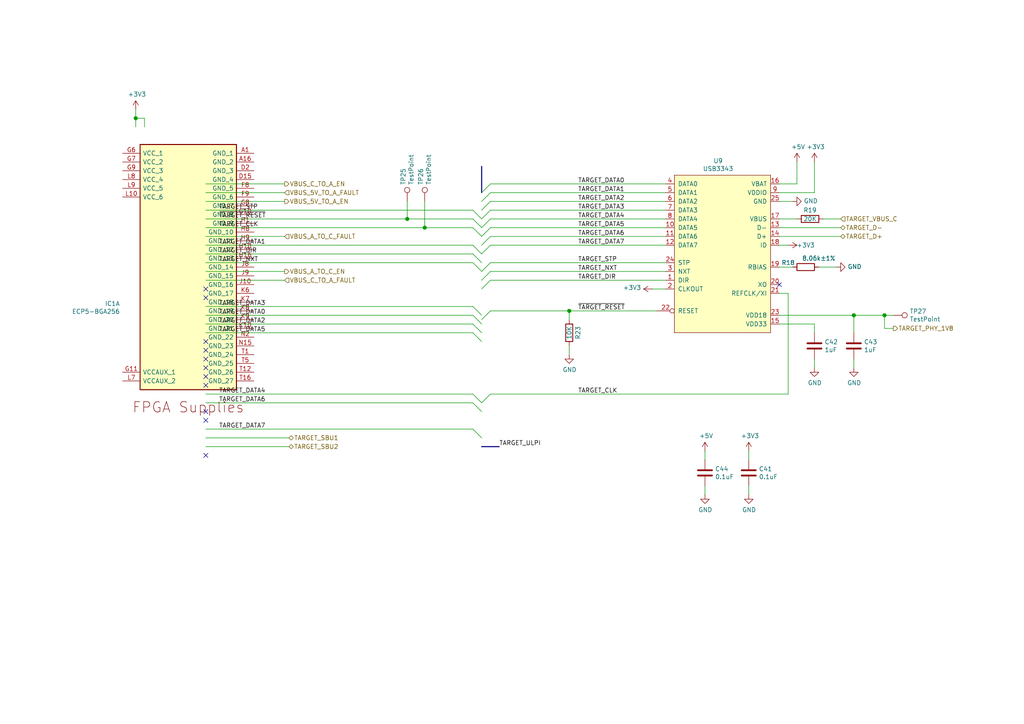
<source format=kicad_sch>
(kicad_sch (version 20210621) (generator eeschema)
  (paper "A4")
  (title_block (title "LUNA: Downstream / Target / Analysis Section") (date "2021-03-10") (rev "r0") (company "Copyright 2019-2021 Great Scott Gadgets") (comment 1 "Katherine J. Temkin") (comment 3 "Licensed under the CERN-OHL-P v2"))
  (lib_symbols
    (symbol "Connector:TestPoint" (pin_numbers hide) (pin_names (offset 0.762) hide)
      (property "Reference" "TP" (at 0 6.858 0))
      (property "Value" "TestPoint" (at 0 5.08 0))
      (symbol "TestPoint_0_1"
        (circle (center 0 3.302) (radius 0.762))
      )
      (symbol "TestPoint_1_1"
        (pin passive line (at 0 0 90) (length 2.54) (name "1") (number "1"))
      )
    )
    (symbol "Device:C" (pin_numbers hide) (pin_names (offset 0.254))
      (property "Reference" "C" (at 0.635 2.54 0))
      (property "Value" "C" (at 0.635 -2.54 0))
      (symbol "C_0_1"
        (polyline (pts (xy -2.032 -0.762) (xy 2.032 -0.762)) (stroke (width 0.508)))
        (polyline (pts (xy -2.032 0.762) (xy 2.032 0.762)) (stroke (width 0.508)))
      )
      (symbol "C_1_1"
        (pin passive line (at 0 3.81 270) (length 2.794) (name "~") (number "1"))
        (pin passive line (at 0 -3.81 90) (length 2.794) (name "~") (number "2"))
      )
    )
    (symbol "Device:R" (pin_numbers hide) (pin_names (offset 0))
      (property "Reference" "R" (at 2.032 0 90))
      (property "Value" "R" (at 0 0 90))
      (symbol "R_0_1"
        (rectangle (start -1.016 -2.54) (end 1.016 2.54) (stroke (width 0.254)))
      )
      (symbol "R_1_1"
        (pin passive line (at 0 3.81 270) (length 1.27) (name "~") (number "1"))
        (pin passive line (at 0 -3.81 90) (length 1.27) (name "~") (number "2"))
      )
    )
    (symbol "fpgas_and_processors:ECP5-BGA256" (pin_names (offset 0.762))
      (property "Reference" "IC" (at -2.54 1.27 0))
      (property "Value" "ECP5-BGA256" (at 10.16 1.27 0))
      (symbol "ECP5-BGA256_1_0"
        (rectangle (start 5.08 0) (end 33.02 -71.12) (stroke (width 0.3048)) (fill (type background)))
      )
      (symbol "ECP5-BGA256_1_1"
        (text "FPGA Supplies" (at 19.05 -76.2 0) (effects (font (size 2.9972 2.9972))))
        (pin power_in line (at 38.1 -2.54 180) (length 5.08) (name "GND_1") (number "A1"))
        (pin power_in line (at 38.1 -5.08 180) (length 5.08) (name "GND_2") (number "A16"))
        (pin power_in line (at 38.1 -10.16 180) (length 5.08) (name "GND_4") (number "D15"))
        (pin power_in line (at 38.1 -7.62 180) (length 5.08) (name "GND_3") (number "D2"))
        (pin power_in line (at 38.1 -12.7 180) (length 5.08) (name "GND_5") (number "F8"))
        (pin power_in line (at 38.1 -15.24 180) (length 5.08) (name "GND_6") (number "F9"))
        (pin power_in line (at 38.1 -20.32 180) (length 5.08) (name "GND_8") (number "G10"))
        (pin power_in line (at 0 -66.04 0) (length 5.08) (name "VCCAUX_1") (number "G11"))
        (pin power_in line (at 0 -2.54 0) (length 5.08) (name "VCC_1") (number "G6"))
        (pin power_in line (at 0 -5.08 0) (length 5.08) (name "VCC_2") (number "G7"))
        (pin power_in line (at 38.1 -17.78 180) (length 5.08) (name "GND_7") (number "G8"))
        (pin power_in line (at 0 -7.62 0) (length 5.08) (name "VCC_3") (number "G9"))
        (pin power_in line (at 38.1 -22.86 180) (length 5.08) (name "GND_9") (number "H1"))
        (pin power_in line (at 38.1 -30.48 180) (length 5.08) (name "GND_12") (number "H10"))
        (pin power_in line (at 38.1 -33.02 180) (length 5.08) (name "GND_13") (number "H16"))
        (pin power_in line (at 38.1 -25.4 180) (length 5.08) (name "GND_10") (number "H8"))
        (pin power_in line (at 38.1 -27.94 180) (length 5.08) (name "GND_11") (number "H9"))
        (pin power_in line (at 38.1 -40.64 180) (length 5.08) (name "GND_16") (number "J10"))
        (pin power_in line (at 38.1 -35.56 180) (length 5.08) (name "GND_14") (number "J8"))
        (pin power_in line (at 38.1 -38.1 180) (length 5.08) (name "GND_15") (number "J9"))
        (pin power_in line (at 38.1 -53.34 180) (length 5.08) (name "GND_21") (number "K10"))
        (pin power_in line (at 38.1 -43.18 180) (length 5.08) (name "GND_17") (number "K6"))
        (pin power_in line (at 38.1 -45.72 180) (length 5.08) (name "GND_18") (number "K7"))
        (pin power_in line (at 38.1 -48.26 180) (length 5.08) (name "GND_19") (number "K8"))
        (pin power_in line (at 38.1 -50.8 180) (length 5.08) (name "GND_20") (number "K9"))
        (pin power_in line (at 0 -15.24 0) (length 5.08) (name "VCC_6") (number "L10"))
        (pin power_in line (at 0 -68.58 0) (length 5.08) (name "VCCAUX_2") (number "L7"))
        (pin power_in line (at 0 -10.16 0) (length 5.08) (name "VCC_4") (number "L8"))
        (pin power_in line (at 0 -12.7 0) (length 5.08) (name "VCC_5") (number "L9"))
        (pin power_in line (at 38.1 -58.42 180) (length 5.08) (name "GND_23") (number "N15"))
        (pin power_in line (at 38.1 -55.88 180) (length 5.08) (name "GND_22") (number "N2"))
        (pin power_in line (at 38.1 -60.96 180) (length 5.08) (name "GND_24") (number "T1"))
        (pin power_in line (at 38.1 -66.04 180) (length 5.08) (name "GND_26") (number "T12"))
        (pin power_in line (at 38.1 -68.58 180) (length 5.08) (name "GND_27") (number "T16"))
        (pin power_in line (at 38.1 -63.5 180) (length 5.08) (name "GND_25") (number "T5"))
      )
      (symbol "ECP5-BGA256_2_1"
        (text "Bank 0" (at 10.16 -78.74 0) (effects (font (size 2.9972 2.9972))))
        (rectangle (start 0 0) (end 19.05 -74.93) (stroke (width 0.3048)) (fill (type background)))
        (pin bidirectional line (at 24.13 -11.43 180) (length 5.08) (name "PT4A") (number "A2"))
        (pin bidirectional line (at 24.13 -16.51 180) (length 5.08) (name "PT6A") (number "A3"))
        (pin bidirectional line (at 24.13 -19.05 180) (length 5.08) (name "PT6B") (number "A4"))
        (pin bidirectional line (at 24.13 -43.18 180) (length 5.08) (name "PT18A") (number "A5"))
        (pin bidirectional line (at 24.13 -45.72 180) (length 5.08) (name "PT18B") (number "A6"))
        (pin bidirectional line (at 24.13 -68.58 180) (length 5.08) (name "PT29A") (number "A7"))
        (pin bidirectional line (at 24.13 -71.12 180) (length 5.08) (name "PT29B") (number "A8"))
        (pin bidirectional line (at 24.13 -13.97 180) (length 5.08) (name "PT4B") (number "B3"))
        (pin bidirectional line (at 24.13 -29.21 180) (length 5.08) (name "PT11B") (number "B4"))
        (pin bidirectional line (at 24.13 -39.37 180) (length 5.08) (name "PT15B") (number "B5"))
        (pin bidirectional line (at 24.13 -55.88 180) (length 5.08) (name "PT22B") (number "B6"))
        (pin bidirectional line (at 24.13 -66.04 180) (length 5.08) (name "PT27B") (number "B7"))
        (pin bidirectional line (at 24.13 -26.67 180) (length 5.08) (name "PT11A") (number "C4"))
        (pin bidirectional line (at 24.13 -36.83 180) (length 5.08) (name "PT15A") (number "C5"))
        (pin bidirectional line (at 24.13 -53.34 180) (length 5.08) (name "PT22A") (number "C6"))
        (pin bidirectional line (at 24.13 -63.5 180) (length 5.08) (name "PT27A") (number "C7"))
        (pin bidirectional line (at 24.13 -24.13 180) (length 5.08) (name "PT9B") (number "D4"))
        (pin bidirectional line (at 24.13 -34.29 180) (length 5.08) (name "PT13B") (number "D5"))
        (pin bidirectional line (at 24.13 -50.8 180) (length 5.08) (name "PT20B") (number "D6"))
        (pin bidirectional line (at 24.13 -60.96 180) (length 5.08) (name "PT24B") (number "D7"))
        (pin bidirectional line (at 24.13 -21.59 180) (length 5.08) (name "PT9A") (number "E4"))
        (pin bidirectional line (at 24.13 -31.75 180) (length 5.08) (name "PT13A") (number "E5"))
        (pin bidirectional line (at 24.13 -48.26 180) (length 5.08) (name "PT20A") (number "E6"))
        (pin bidirectional line (at 24.13 -58.42 180) (length 5.08) (name "PT24A") (number "E7"))
        (pin power_in line (at 7.62 5.08 270) (length 5.08) (name "VCCIO0_1") (number "F6"))
        (pin power_in line (at 5.08 5.08 270) (length 5.08) (name "VCCIO0_2") (number "F7"))
      )
      (symbol "ECP5-BGA256_3_0"
        (rectangle (start 0 0) (end 21.59 -93.98) (stroke (width 0.3048)) (fill (type background)))
      )
      (symbol "ECP5-BGA256_3_1"
        (text "Bank 1" (at 8.89 -96.52 0) (effects (font (size 2.9972 2.9972))))
        (pin bidirectional line (at 26.67 -34.29 180) (length 5.08) (name "PT42B") (number "A10"))
        (pin bidirectional line (at 26.67 -57.15 180) (length 5.08) (name "PT53A") (number "A11"))
        (pin bidirectional line (at 26.67 -59.69 180) (length 5.08) (name "PT53B") (number "A12"))
        (pin bidirectional line (at 26.67 -82.55 180) (length 5.08) (name "PT65A") (number "A13"))
        (pin bidirectional line (at 26.67 -85.09 180) (length 5.08) (name "PT65B") (number "A14"))
        (pin bidirectional line (at 26.67 -90.17 180) (length 5.08) (name "PT67B") (number "A15"))
        (pin bidirectional line (at 26.67 -31.75 180) (length 5.08) (name "PT42A") (number "A9"))
        (pin bidirectional line (at 26.67 -36.83 180) (length 5.08) (name "PT44A") (number "B10"))
        (pin bidirectional line (at 26.67 -46.99 180) (length 5.08) (name "PT49A") (number "B11"))
        (pin bidirectional line (at 26.67 -62.23 180) (length 5.08) (name "PT56A") (number "B12"))
        (pin bidirectional line (at 26.67 -72.39 180) (length 5.08) (name "PT60A") (number "B13"))
        (pin bidirectional line (at 26.67 -87.63 180) (length 5.08) (name "PT67A") (number "B14"))
        (pin bidirectional line (at 26.67 -19.05 180) (length 5.08) (name "PT35B") (number "B8"))
        (pin bidirectional line (at 26.67 -21.59 180) (length 5.08) (name "PT38A") (number "B9"))
        (pin bidirectional line (at 26.67 -39.37 180) (length 5.08) (name "PT44B") (number "C10"))
        (pin bidirectional line (at 26.67 -49.53 180) (length 5.08) (name "PT49B") (number "C11"))
        (pin bidirectional line (at 26.67 -64.77 180) (length 5.08) (name "PT56B") (number "C12"))
        (pin bidirectional line (at 26.67 -74.93 180) (length 5.08) (name "PT60B") (number "C13"))
        (pin bidirectional line (at 26.67 -16.51 180) (length 5.08) (name "PT35A") (number "C8"))
        (pin bidirectional line (at 26.67 -24.13 180) (length 5.08) (name "PT38B") (number "C9"))
        (pin bidirectional line (at 26.67 -41.91 180) (length 5.08) (name "PT47A") (number "D10"))
        (pin bidirectional line (at 26.67 -52.07 180) (length 5.08) (name "PT51A") (number "D11"))
        (pin bidirectional line (at 26.67 -67.31 180) (length 5.08) (name "PT58A") (number "D12"))
        (pin bidirectional line (at 26.67 -77.47 180) (length 5.08) (name "PT62A") (number "D13"))
        (pin bidirectional line (at 26.67 -13.97 180) (length 5.08) (name "PT33B") (number "D8"))
        (pin bidirectional line (at 26.67 -26.67 180) (length 5.08) (name "PT40A") (number "D9"))
        (pin bidirectional line (at 26.67 -44.45 180) (length 5.08) (name "PT47B") (number "E10"))
        (pin bidirectional line (at 26.67 -54.61 180) (length 5.08) (name "PT51B") (number "E11"))
        (pin bidirectional line (at 26.67 -69.85 180) (length 5.08) (name "PT58B") (number "E12"))
        (pin bidirectional line (at 26.67 -80.01 180) (length 5.08) (name "PT62B") (number "E13"))
        (pin bidirectional line (at 26.67 -11.43 180) (length 5.08) (name "PT33A") (number "E8"))
        (pin bidirectional line (at 26.67 -29.21 180) (length 5.08) (name "PT40B") (number "E9"))
        (pin power_in line (at 6.35 5.08 270) (length 5.08) (name "VCCIO1_1") (number "F10"))
        (pin power_in line (at 3.81 5.08 270) (length 5.08) (name "VCCIO1_2") (number "F11"))
      )
      (symbol "ECP5-BGA256_4_1"
        (text "Bank 2" (at 10.16 -97.79 0) (effects (font (size 2.9972 2.9972))))
        (rectangle (start 0 0) (end 19.05 -93.98) (stroke (width 0.3048)) (fill (type background)))
        (pin bidirectional line (at 24.13 -13.97 180) (length 5.08) (name "PR2B") (number "B15"))
        (pin bidirectional line (at 24.13 -11.43 180) (length 5.08) (name "PR2A") (number "B16"))
        (pin bidirectional line (at 24.13 -16.51 180) (length 5.08) (name "PR2C") (number "C14"))
        (pin bidirectional line (at 24.13 -24.13 180) (length 5.08) (name "PR5B") (number "C15"))
        (pin bidirectional line (at 24.13 -21.59 180) (length 5.08) (name "PR5A") (number "C16"))
        (pin bidirectional line (at 24.13 -19.05 180) (length 5.08) (name "PR2D") (number "D14"))
        (pin bidirectional line (at 24.13 -31.75 180) (length 5.08) (name "PR8A") (number "D16"))
        (pin bidirectional line (at 24.13 -26.67 180) (length 5.08) (name "PR5C") (number "E14"))
        (pin bidirectional line (at 24.13 -34.29 180) (length 5.08) (name "PR8B") (number "E15"))
        (pin bidirectional line (at 24.13 -49.53 180) (length 5.08) (name "PR11D") (number "E16"))
        (pin bidirectional line (at 24.13 -39.37 180) (length 5.08) (name "PR8D") (number "F12"))
        (pin bidirectional line (at 24.13 -36.83 180) (length 5.08) (name "PR8C") (number "F13"))
        (pin bidirectional line (at 24.13 -29.21 180) (length 5.08) (name "PR5D") (number "F14"))
        (pin bidirectional line (at 24.13 -46.99 180) (length 5.08) (name "PR11C") (number "F15"))
        (pin bidirectional line (at 24.13 -52.07 180) (length 5.08) (name "PR14A") (number "F16"))
        (pin bidirectional line (at 24.13 -41.91 180) (length 5.08) (name "PR11A") (number "G12"))
        (pin bidirectional line (at 24.13 -44.45 180) (length 5.08) (name "PR11B") (number "G13"))
        (pin bidirectional line (at 24.13 -57.15 180) (length 5.08) (name "PR14C") (number "G14"))
        (pin bidirectional line (at 24.13 -54.61 180) (length 5.08) (name "PR14B") (number "G15"))
        (pin bidirectional line (at 24.13 -72.39 180) (length 5.08) (name "PR20A") (number "G16"))
        (pin power_in line (at 3.81 5.08 270) (length 5.08) (name "VCCIO2_1") (number "H11"))
        (pin bidirectional line (at 24.13 -62.23 180) (length 5.08) (name "PR17A") (number "H12"))
        (pin bidirectional line (at 24.13 -64.77 180) (length 5.08) (name "PR17B") (number "H13"))
        (pin bidirectional line (at 24.13 -59.69 180) (length 5.08) (name "PR14D") (number "H14"))
        (pin bidirectional line (at 24.13 -74.93 180) (length 5.08) (name "PR20B") (number "H15"))
        (pin power_in line (at 6.35 5.08 270) (length 5.08) (name "VCCIO2_2") (number "J11"))
        (pin bidirectional line (at 24.13 -69.85 180) (length 5.08) (name "PR17D") (number "J12"))
        (pin bidirectional line (at 24.13 -67.31 180) (length 5.08) (name "PR17C") (number "J13"))
        (pin bidirectional line (at 24.13 -77.47 180) (length 5.08) (name "PR20C") (number "J14"))
        (pin bidirectional line (at 24.13 -85.09 180) (length 5.08) (name "PR23B") (number "J15"))
        (pin bidirectional line (at 24.13 -82.55 180) (length 5.08) (name "PR23A") (number "J16"))
        (pin bidirectional line (at 24.13 -80.01 180) (length 5.08) (name "PR20D") (number "K14"))
        (pin bidirectional line (at 24.13 -90.17 180) (length 5.08) (name "PR23D") (number "K15"))
        (pin bidirectional line (at 24.13 -87.63 180) (length 5.08) (name "PR23C") (number "K16"))
      )
      (symbol "ECP5-BGA256_5_0"
        (rectangle (start 0 0) (end 20.32 -91.44) (stroke (width 0.3048)) (fill (type background)))
      )
      (symbol "ECP5-BGA256_5_1"
        (text "Bank 3" (at 15.24 -96.52 0) (effects (font (size 2.9972 2.9972))))
        (pin power_in line (at 3.81 5.08 270) (length 5.08) (name "VCCIO3_1") (number "K11"))
        (pin bidirectional line (at 25.4 -22.86 180) (length 5.08) (name "PR29B") (number "K12"))
        (pin bidirectional line (at 25.4 -20.32 180) (length 5.08) (name "PR29A") (number "K13"))
        (pin power_in line (at 6.35 5.08 270) (length 5.08) (name "VCCIO3_2") (number "L11"))
        (pin bidirectional line (at 25.4 -27.94 180) (length 5.08) (name "PR29D") (number "L12"))
        (pin bidirectional line (at 25.4 -25.4 180) (length 5.08) (name "PR29C") (number "L13"))
        (pin bidirectional line (at 25.4 -35.56 180) (length 5.08) (name "PR32C") (number "L14"))
        (pin bidirectional line (at 25.4 -12.7 180) (length 5.08) (name "PR26B") (number "L15"))
        (pin bidirectional line (at 25.4 -10.16 180) (length 5.08) (name "PR26A") (number "L16"))
        (pin bidirectional line (at 25.4 -81.28 180) (length 5.08) (name "PR47A") (number "M11"))
        (pin bidirectional line (at 25.4 -76.2 180) (length 5.08) (name "PR44C") (number "M12"))
        (pin bidirectional line (at 25.4 -45.72 180) (length 5.08) (name "PR35C") (number "M13"))
        (pin bidirectional line (at 25.4 -38.1 180) (length 5.08) (name "PR32D") (number "M14"))
        (pin bidirectional line (at 25.4 -17.78 180) (length 5.08) (name "PR26D") (number "M15"))
        (pin bidirectional line (at 25.4 -15.24 180) (length 5.08) (name "PR26C") (number "M16"))
        (pin bidirectional line (at 25.4 -83.82 180) (length 5.08) (name "PR47B") (number "N11"))
        (pin bidirectional line (at 25.4 -78.74 180) (length 5.08) (name "PR44D") (number "N12"))
        (pin bidirectional line (at 25.4 -50.8 180) (length 5.08) (name "PR38A") (number "N13"))
        (pin bidirectional line (at 25.4 -48.26 180) (length 5.08) (name "PR35D") (number "N14"))
        (pin bidirectional line (at 25.4 -30.48 180) (length 5.08) (name "PR32A") (number "N16"))
        (pin bidirectional line (at 25.4 -86.36 180) (length 5.08) (name "PR47C") (number "P11"))
        (pin bidirectional line (at 25.4 -88.9 180) (length 5.08) (name "PR47D") (number "P12"))
        (pin bidirectional line (at 25.4 -60.96 180) (length 5.08) (name "PR41A") (number "P13"))
        (pin bidirectional line (at 25.4 -53.34 180) (length 5.08) (name "PR38B") (number "P14"))
        (pin bidirectional line (at 25.4 -33.02 180) (length 5.08) (name "PR32B") (number "P15"))
        (pin bidirectional line (at 25.4 -40.64 180) (length 5.08) (name "PR35A") (number "P16"))
        (pin bidirectional line (at 25.4 -71.12 180) (length 5.08) (name "PR44A") (number "R12"))
        (pin bidirectional line (at 25.4 -66.04 180) (length 5.08) (name "PR41C") (number "R13"))
        (pin bidirectional line (at 25.4 -63.5 180) (length 5.08) (name "PR41B") (number "R14"))
        (pin bidirectional line (at 25.4 -55.88 180) (length 5.08) (name "PR38C") (number "R15"))
        (pin bidirectional line (at 25.4 -43.18 180) (length 5.08) (name "PR35B") (number "R16"))
        (pin bidirectional line (at 25.4 -73.66 180) (length 5.08) (name "PR44B") (number "T13"))
        (pin bidirectional line (at 25.4 -68.58 180) (length 5.08) (name "PR41D") (number "T14"))
        (pin bidirectional line (at 25.4 -58.42 180) (length 5.08) (name "PR38D") (number "T15"))
      )
      (symbol "ECP5-BGA256_6_1"
        (text "Bank 6" (at 11.43 -110.49 0) (effects (font (size 2.9972 2.9972))))
        (rectangle (start 0 0) (end 19.05 -106.68) (stroke (width 0.3048)) (fill (type background)))
        (pin power_in line (at 3.81 5.08 270) (length 5.08) (name "VCCIO6_1") (number "J6"))
        (pin power_in line (at 6.35 5.08 270) (length 5.08) (name "VCCIO6_2") (number "J7"))
        (pin bidirectional line (at 24.13 -25.4 180) (length 5.08) (name "PL29A") (number "K4"))
        (pin bidirectional line (at 24.13 -27.94 180) (length 5.08) (name "PL29B") (number "K5"))
        (pin bidirectional line (at 24.13 -13.97 180) (length 5.08) (name "PL26A") (number "L1"))
        (pin bidirectional line (at 24.13 -16.51 180) (length 5.08) (name "PL26B") (number "L2"))
        (pin bidirectional line (at 24.13 -41.91 180) (length 5.08) (name "PL32C") (number "L3"))
        (pin bidirectional line (at 24.13 -30.48 180) (length 5.08) (name "PL29C") (number "L4"))
        (pin bidirectional line (at 24.13 -33.02 180) (length 5.08) (name "PL29D") (number "L5"))
        (pin bidirectional line (at 24.13 -19.05 180) (length 5.08) (name "PL26C") (number "M1"))
        (pin bidirectional line (at 24.13 -21.59 180) (length 5.08) (name "PL26D") (number "M2"))
        (pin bidirectional line (at 24.13 -44.45 180) (length 5.08) (name "PL32D") (number "M3"))
        (pin bidirectional line (at 24.13 -53.34 180) (length 5.08) (name "PL35C") (number "M4"))
        (pin bidirectional line (at 24.13 -78.74 180) (length 5.08) (name "PL44C") (number "M5"))
        (pin bidirectional line (at 24.13 -96.52 180) (length 5.08) (name "PL47A") (number "M6"))
        (pin bidirectional line (at 24.13 -36.83 180) (length 5.08) (name "PL32A") (number "N1"))
        (pin bidirectional line (at 24.13 -55.88 180) (length 5.08) (name "PL35D") (number "N3"))
        (pin bidirectional line (at 24.13 -60.96 180) (length 5.08) (name "PL38A") (number "N4"))
        (pin bidirectional line (at 24.13 -81.28 180) (length 5.08) (name "PL44D") (number "N5"))
        (pin bidirectional line (at 24.13 -99.06 180) (length 5.08) (name "PL47B") (number "N6"))
        (pin bidirectional line (at 24.13 -48.26 180) (length 5.08) (name "PL35A") (number "P1"))
        (pin bidirectional line (at 24.13 -39.37 180) (length 5.08) (name "PL32B") (number "P2"))
        (pin bidirectional line (at 24.13 -63.5 180) (length 5.08) (name "PL38B") (number "P3"))
        (pin bidirectional line (at 24.13 -85.09 180) (length 5.08) (name "PL41A") (number "P4"))
        (pin bidirectional line (at 24.13 -101.6 180) (length 5.08) (name "PL47D") (number "P5"))
        (pin bidirectional line (at 24.13 -104.14 180) (length 5.08) (name "PL47C") (number "P6"))
        (pin bidirectional line (at 24.13 -50.8 180) (length 5.08) (name "PL35B") (number "R1"))
        (pin bidirectional line (at 24.13 -66.04 180) (length 5.08) (name "PL38C") (number "R2"))
        (pin bidirectional line (at 24.13 -87.63 180) (length 5.08) (name "PL41B") (number "R3"))
        (pin bidirectional line (at 24.13 -90.17 180) (length 5.08) (name "PL41C") (number "R4"))
        (pin bidirectional line (at 24.13 -73.66 180) (length 5.08) (name "PL44A") (number "R5"))
        (pin bidirectional line (at 24.13 -68.58 180) (length 5.08) (name "PL38D") (number "T2"))
        (pin bidirectional line (at 24.13 -92.71 180) (length 5.08) (name "PL41D") (number "T3"))
        (pin bidirectional line (at 24.13 -76.2 180) (length 5.08) (name "PL44B") (number "T4"))
      )
      (symbol "ECP5-BGA256_7_1"
        (text "Bank 7" (at 12.7 -113.03 0) (effects (font (size 2.9972 2.9972))))
        (rectangle (start 0 0) (end 20.32 -109.22) (stroke (width 0.3048)) (fill (type background)))
        (pin bidirectional line (at 25.4 -10.16 180) (length 5.08) (name "PL2A") (number "B1"))
        (pin bidirectional line (at 25.4 -12.7 180) (length 5.08) (name "PL2B") (number "B2"))
        (pin bidirectional line (at 25.4 -22.86 180) (length 5.08) (name "PL5A") (number "C1"))
        (pin bidirectional line (at 25.4 -25.4 180) (length 5.08) (name "PL5B") (number "C2"))
        (pin bidirectional line (at 25.4 -15.24 180) (length 5.08) (name "PL2C") (number "C3"))
        (pin bidirectional line (at 25.4 -35.56 180) (length 5.08) (name "PL8A") (number "D1"))
        (pin bidirectional line (at 25.4 -17.78 180) (length 5.08) (name "PL2D") (number "D3"))
        (pin bidirectional line (at 25.4 -54.61 180) (length 5.08) (name "PL11D") (number "E1"))
        (pin bidirectional line (at 25.4 -38.1 180) (length 5.08) (name "PL8B") (number "E2"))
        (pin bidirectional line (at 25.4 -27.94 180) (length 5.08) (name "PL5C") (number "E3"))
        (pin bidirectional line (at 25.4 -59.69 180) (length 5.08) (name "PL14A") (number "F1"))
        (pin bidirectional line (at 25.4 -52.07 180) (length 5.08) (name "PL11C") (number "F2"))
        (pin bidirectional line (at 25.4 -30.48 180) (length 5.08) (name "PL5D") (number "F3"))
        (pin bidirectional line (at 25.4 -40.64 180) (length 5.08) (name "PL8C") (number "F4"))
        (pin bidirectional line (at 25.4 -43.18 180) (length 5.08) (name "PL8D") (number "F5"))
        (pin bidirectional line (at 25.4 -82.55 180) (length 5.08) (name "PL20A") (number "G1"))
        (pin bidirectional line (at 25.4 -62.23 180) (length 5.08) (name "PL14B") (number "G2"))
        (pin bidirectional line (at 25.4 -64.77 180) (length 5.08) (name "PL14C") (number "G3"))
        (pin bidirectional line (at 25.4 -49.53 180) (length 5.08) (name "PL11B") (number "G4"))
        (pin bidirectional line (at 25.4 -46.99 180) (length 5.08) (name "PL11A") (number "G5"))
        (pin bidirectional line (at 25.4 -85.09 180) (length 5.08) (name "PL20B") (number "H2"))
        (pin bidirectional line (at 25.4 -67.31 180) (length 5.08) (name "PL14D") (number "H3"))
        (pin bidirectional line (at 25.4 -73.66 180) (length 5.08) (name "PL17B") (number "H4"))
        (pin bidirectional line (at 25.4 -71.12 180) (length 5.08) (name "PL17A") (number "H5"))
        (pin power_in line (at 7.62 5.08 270) (length 5.08) (name "VCCIO7_1") (number "H6"))
        (pin power_in line (at 5.08 5.08 270) (length 5.08) (name "VCCIO7_2") (number "H7"))
        (pin bidirectional line (at 25.4 -95.25 180) (length 5.08) (name "PL23A") (number "J1"))
        (pin bidirectional line (at 25.4 -97.79 180) (length 5.08) (name "PL23B") (number "J2"))
        (pin bidirectional line (at 25.4 -87.63 180) (length 5.08) (name "PL20C") (number "J3"))
        (pin bidirectional line (at 25.4 -76.2 180) (length 5.08) (name "PL17C") (number "J4"))
        (pin bidirectional line (at 25.4 -78.74 180) (length 5.08) (name "PL17D") (number "J5"))
        (pin bidirectional line (at 25.4 -100.33 180) (length 5.08) (name "PL23C") (number "K1"))
        (pin bidirectional line (at 25.4 -102.87 180) (length 5.08) (name "PL23D") (number "K2"))
        (pin bidirectional line (at 25.4 -90.17 180) (length 5.08) (name "PL20D") (number "K3"))
      )
      (symbol "ECP5-BGA256_8_0"
        (text "(Config)" (at 13.97 -97.79 0) (effects (font (size 2.9972 2.9972))))
        (text "Bank 8" (at 13.97 -92.71 0) (effects (font (size 2.9972 2.9972))))
      )
      (symbol "ECP5-BGA256_8_1"
        (rectangle (start 0 0) (end 21.59 -88.9) (stroke (width 0.3048)) (fill (type background)))
        (pin power_in line (at 5.08 5.08 270) (length 5.08) (name "VCCIO8") (number "L6"))
        (pin output line (at 26.67 -57.15 180) (length 5.08) (name "TDO") (number "M10"))
        (pin bidirectional line (at 26.67 -24.13 180) (length 5.08) (name "D2/PB9B") (number "M7"))
        (pin bidirectional line (at 26.67 -39.37 180) (length 5.08) (name "DOUT/CSON/PB15B") (number "M8"))
        (pin bidirectional line (at 26.67 -41.91 180) (length 5.08) (name "WRITEEN/PB18A") (number "M9"))
        (pin input line (at 26.67 -68.58 180) (length 5.08) (name "CFG_0") (number "N10"))
        (pin bidirectional line (at 26.67 -21.59 180) (length 5.08) (name "D3/PB9A") (number "N7"))
        (pin bidirectional line (at 26.67 -36.83 180) (length 5.08) (name "HOLDN/DI/PB15A") (number "N8"))
        (pin bidirectional line (at 26.67 -63.5 180) (length 5.08) (name "MCLK/SCLK/CCLK") (number "N9"))
        (pin input line (at 26.67 -71.12 180) (length 5.08) (name "CFG_1") (number "P10"))
        (pin bidirectional line (at 26.67 -19.05 180) (length 5.08) (name "D4/COPI2/PB6B") (number "P7"))
        (pin bidirectional line (at 26.67 -34.29 180) (length 5.08) (name "CS1N/PB13B") (number "P8"))
        (pin bidirectional line (at 26.67 -80.01 180) (length 5.08) (name "DONE") (number "P9"))
        (pin input line (at 26.67 -73.66 180) (length 5.08) (name "CFG_2") (number "R10"))
        (pin input line (at 26.67 -54.61 180) (length 5.08) (name "TDI") (number "R11"))
        (pin bidirectional line (at 26.67 -13.97 180) (length 5.08) (name "D6/PB4B") (number "R6"))
        (pin bidirectional line (at 26.67 -16.51 180) (length 5.08) (name "D5/CIPO2/PB6A") (number "R7"))
        (pin bidirectional line (at 26.67 -31.75 180) (length 5.08) (name "SN/CSN/PB13A") (number "R8"))
        (pin bidirectional line (at 26.67 -85.09 180) (length 5.08) (name "PROGRAMN") (number "R9"))
        (pin input line (at 26.67 -52.07 180) (length 5.08) (name "TCK") (number "T10"))
        (pin input line (at 26.67 -49.53 180) (length 5.08) (name "TMS") (number "T11"))
        (pin bidirectional line (at 26.67 -11.43 180) (length 5.08) (name "D7/PB4A") (number "T6"))
        (pin bidirectional line (at 26.67 -26.67 180) (length 5.08) (name "D1/COPI/PB11A") (number "T7"))
        (pin bidirectional line (at 26.67 -29.21 180) (length 5.08) (name "D0/COPI/PB11B") (number "T8"))
        (pin bidirectional line (at 26.67 -82.55 180) (length 5.08) (name "INITN") (number "T9"))
      )
    )
    (symbol "power:+3V3" (power) (pin_names (offset 0))
      (property "Value" "+3V3" (at 0 3.556 0))
      (symbol "+3V3_0_1"
        (polyline (pts (xy -0.762 1.27) (xy 0 2.54)))
        (polyline (pts (xy 0 0) (xy 0 2.54)))
        (polyline (pts (xy 0 2.54) (xy 0.762 1.27)))
      )
      (symbol "+3V3_1_1"
        (pin power_in line (at 0 0 90) (length 0) hide (name "+3V3") (number "1"))
      )
    )
    (symbol "power:+5V" (power) (pin_names (offset 0))
      (property "Value" "+5V" (at 0 3.556 0))
      (symbol "+5V_0_1"
        (polyline (pts (xy -0.762 1.27) (xy 0 2.54)))
        (polyline (pts (xy 0 0) (xy 0 2.54)))
        (polyline (pts (xy 0 2.54) (xy 0.762 1.27)))
      )
      (symbol "+5V_1_1"
        (pin power_in line (at 0 0 90) (length 0) hide (name "+5V") (number "1"))
      )
    )
    (symbol "power:GND" (power) (pin_names (offset 0))
      (property "Value" "GND" (at 0 -3.81 0))
      (symbol "GND_0_1"
        (polyline (pts (xy 0 0) (xy 0 -1.27) (xy 1.27 -1.27) (xy 0 -2.54) (xy -1.27 -1.27) (xy 0 -1.27)))
      )
      (symbol "GND_1_1"
        (pin power_in line (at 0 0 270) (length 0) hide (name "GND") (number "1"))
      )
    )
    (symbol "usb:USB3343" (pin_names (offset 1.016))
      (property "Reference" "U" (at 3.81 -46.99 0))
      (property "Value" "USB3343" (at 25.4 -46.99 0))
      (symbol "USB3343_0_1"
        (rectangle (start 2.54 0) (end 30.48 -45.72) (fill (type background)))
      )
      (symbol "USB3343_1_1"
        (pin output line (at 0 -30.48 0) (length 2.54) (name "DIR") (number "1"))
        (pin bidirectional line (at 0 -15.24 0) (length 2.54) (name "DATA5") (number "10"))
        (pin bidirectional line (at 0 -17.78 0) (length 2.54) (name "DATA6") (number "11"))
        (pin bidirectional line (at 0 -20.32 0) (length 2.54) (name "DATA7") (number "12"))
        (pin bidirectional line (at 33.02 -15.24 180) (length 2.54) (name "D-") (number "13"))
        (pin bidirectional line (at 33.02 -17.78 180) (length 2.54) (name "D+") (number "14"))
        (pin power_out line (at 33.02 -43.18 180) (length 2.54) (name "VDD33") (number "15"))
        (pin power_in line (at 33.02 -2.54 180) (length 2.54) (name "VBAT") (number "16"))
        (pin bidirectional line (at 33.02 -12.7 180) (length 2.54) (name "VBUS") (number "17"))
        (pin input line (at 33.02 -20.32 180) (length 2.54) (name "ID") (number "18"))
        (pin input line (at 33.02 -26.67 180) (length 2.54) (name "RBIAS") (number "19"))
        (pin passive line (at 0 -33.02 0) (length 2.54) (name "CLKOUT") (number "2"))
        (pin output line (at 33.02 -31.75 180) (length 2.54) (name "XO") (number "20"))
        (pin input line (at 33.02 -34.29 180) (length 2.54) (name "REFCLK/XI") (number "21"))
        (pin input inverted (at -2.54 -39.37 0) (length 5.08) (name "RESET") (number "22"))
        (pin power_out line (at 33.02 -40.64 180) (length 2.54) (name "VDD18") (number "23"))
        (pin input line (at 0 -25.4 0) (length 2.54) (name "STP") (number "24"))
        (pin power_in line (at 33.02 -7.62 180) (length 2.54) (name "GND") (number "25"))
        (pin output line (at 0 -27.94 0) (length 2.54) (name "NXT") (number "3"))
        (pin bidirectional line (at 0 -2.54 0) (length 2.54) (name "DATA0") (number "4"))
        (pin bidirectional line (at 0 -5.08 0) (length 2.54) (name "DATA1") (number "5"))
        (pin bidirectional line (at 0 -7.62 0) (length 2.54) (name "DATA2") (number "6"))
        (pin bidirectional line (at 0 -10.16 0) (length 2.54) (name "DATA3") (number "7"))
        (pin bidirectional line (at 0 -12.7 0) (length 2.54) (name "DATA4") (number "8"))
        (pin power_in line (at 33.02 -5.08 180) (length 2.54) (name "VDDIO") (number "9"))
      )
    )
  )
  (junction (at 39.37 34.29) (diameter 1.016))
  (junction (at 118.11 63.5) (diameter 1.016))
  (junction (at 123.19 66.04) (diameter 1.016))
  (junction (at 165.1 90.17) (diameter 1.016))
  (junction (at 247.65 91.44) (diameter 1.016))
  (junction (at 256.54 91.44) (diameter 1.016))
  (no_connect (at 59.69 83.82))
  (no_connect (at 59.69 86.36))
  (no_connect (at 59.69 99.06))
  (no_connect (at 59.69 101.6))
  (no_connect (at 59.69 104.14))
  (no_connect (at 59.69 106.68))
  (no_connect (at 59.69 109.22))
  (no_connect (at 59.69 111.76))
  (no_connect (at 59.69 119.38))
  (no_connect (at 59.69 121.92))
  (no_connect (at 59.69 132.08))
  (no_connect (at 226.06 82.55))
  (bus_entry (at 137.16 60.96) (size 2.54 2.54))
  (bus_entry (at 137.16 63.5) (size 2.54 2.54))
  (bus_entry (at 137.16 66.04) (size 2.54 2.54))
  (bus_entry (at 137.16 73.66) (size 2.54 2.54))
  (bus_entry (at 137.16 76.2) (size 2.54 2.54))
  (bus_entry (at 137.16 88.9) (size 2.54 2.54))
  (bus_entry (at 137.16 91.44) (size 2.54 2.54))
  (bus_entry (at 137.16 93.98) (size 2.54 2.54))
  (bus_entry (at 137.16 96.52) (size 2.54 2.54))
  (bus_entry (at 137.16 114.3) (size 2.54 2.54))
  (bus_entry (at 137.16 116.84) (size 2.54 2.54))
  (bus_entry (at 137.16 124.46) (size 2.54 2.54))
  (bus_entry (at 139.7 55.88) (size 2.54 -2.54))
  (bus_entry (at 139.7 58.42) (size 2.54 -2.54))
  (bus_entry (at 139.7 60.96) (size 2.54 -2.54))
  (bus_entry (at 139.7 63.5) (size 2.54 -2.54))
  (bus_entry (at 139.7 66.04) (size 2.54 -2.54))
  (bus_entry (at 139.7 68.58) (size 2.54 -2.54))
  (bus_entry (at 139.7 71.12) (size 2.54 -2.54))
  (bus_entry (at 139.7 73.66) (size -2.54 -2.54))
  (bus_entry (at 139.7 73.66) (size 2.54 -2.54))
  (bus_entry (at 139.7 78.74) (size 2.54 -2.54))
  (bus_entry (at 139.7 81.28) (size 2.54 -2.54))
  (bus_entry (at 139.7 83.82) (size 2.54 -2.54))
  (bus_entry (at 139.7 92.71) (size 2.54 -2.54))
  (bus_entry (at 139.7 116.84) (size 2.54 -2.54))
  (wire (pts (xy 39.37 34.29) (xy 39.37 31.75)))
  (wire (pts (xy 39.37 34.29) (xy 41.91 34.29)))
  (wire (pts (xy 39.37 36.83) (xy 39.37 34.29)))
  (wire (pts (xy 41.91 34.29) (xy 41.91 36.83)))
  (wire (pts (xy 59.69 53.34) (xy 82.55 53.34)))
  (wire (pts (xy 59.69 55.88) (xy 82.55 55.88)))
  (wire (pts (xy 59.69 63.5) (xy 118.11 63.5)))
  (wire (pts (xy 59.69 66.04) (xy 123.19 66.04)))
  (wire (pts (xy 59.69 71.12) (xy 137.16 71.12)))
  (wire (pts (xy 59.69 73.66) (xy 137.16 73.66)))
  (wire (pts (xy 59.69 76.2) (xy 137.16 76.2)))
  (wire (pts (xy 59.69 78.74) (xy 82.55 78.74)))
  (wire (pts (xy 59.69 88.9) (xy 137.16 88.9)))
  (wire (pts (xy 59.69 91.44) (xy 137.16 91.44)))
  (wire (pts (xy 59.69 93.98) (xy 137.16 93.98)))
  (wire (pts (xy 59.69 96.52) (xy 137.16 96.52)))
  (wire (pts (xy 59.69 114.3) (xy 137.16 114.3)))
  (wire (pts (xy 59.69 124.46) (xy 137.16 124.46)))
  (wire (pts (xy 82.55 58.42) (xy 59.69 58.42)))
  (wire (pts (xy 82.55 68.58) (xy 59.69 68.58)))
  (wire (pts (xy 82.55 81.28) (xy 59.69 81.28)))
  (wire (pts (xy 83.82 127) (xy 59.69 127)))
  (wire (pts (xy 83.82 129.54) (xy 59.69 129.54)))
  (wire (pts (xy 118.11 58.42) (xy 118.11 63.5)))
  (wire (pts (xy 118.11 63.5) (xy 137.16 63.5)))
  (wire (pts (xy 123.19 58.42) (xy 123.19 66.04)))
  (wire (pts (xy 123.19 66.04) (xy 137.16 66.04)))
  (wire (pts (xy 137.16 60.96) (xy 59.69 60.96)))
  (wire (pts (xy 137.16 116.84) (xy 59.69 116.84)))
  (wire (pts (xy 142.24 55.88) (xy 193.04 55.88)))
  (wire (pts (xy 142.24 90.17) (xy 165.1 90.17)))
  (wire (pts (xy 142.24 114.3) (xy 228.6 114.3)))
  (wire (pts (xy 165.1 90.17) (xy 165.1 92.71)))
  (wire (pts (xy 165.1 90.17) (xy 190.5 90.17)))
  (wire (pts (xy 165.1 100.33) (xy 165.1 102.87)))
  (wire (pts (xy 193.04 53.34) (xy 142.24 53.34)))
  (wire (pts (xy 193.04 58.42) (xy 142.24 58.42)))
  (wire (pts (xy 193.04 60.96) (xy 142.24 60.96)))
  (wire (pts (xy 193.04 63.5) (xy 142.24 63.5)))
  (wire (pts (xy 193.04 66.04) (xy 142.24 66.04)))
  (wire (pts (xy 193.04 68.58) (xy 142.24 68.58)))
  (wire (pts (xy 193.04 71.12) (xy 142.24 71.12)))
  (wire (pts (xy 193.04 76.2) (xy 142.24 76.2)))
  (wire (pts (xy 193.04 78.74) (xy 142.24 78.74)))
  (wire (pts (xy 193.04 81.28) (xy 142.24 81.28)))
  (wire (pts (xy 193.04 83.82) (xy 189.23 83.82)))
  (wire (pts (xy 204.47 130.81) (xy 204.47 133.35)))
  (wire (pts (xy 204.47 140.97) (xy 204.47 143.51)))
  (wire (pts (xy 217.17 130.81) (xy 217.17 133.35)))
  (wire (pts (xy 217.17 140.97) (xy 217.17 143.51)))
  (wire (pts (xy 226.06 53.34) (xy 231.14 53.34)))
  (wire (pts (xy 226.06 58.42) (xy 229.87 58.42)))
  (wire (pts (xy 226.06 66.04) (xy 243.84 66.04)))
  (wire (pts (xy 226.06 68.58) (xy 243.84 68.58)))
  (wire (pts (xy 226.06 85.09) (xy 228.6 85.09)))
  (wire (pts (xy 226.06 91.44) (xy 247.65 91.44)))
  (wire (pts (xy 226.06 93.98) (xy 236.22 93.98)))
  (wire (pts (xy 228.6 71.12) (xy 226.06 71.12)))
  (wire (pts (xy 228.6 114.3) (xy 228.6 85.09)))
  (wire (pts (xy 229.87 77.47) (xy 226.06 77.47)))
  (wire (pts (xy 231.14 53.34) (xy 231.14 46.99)))
  (wire (pts (xy 231.14 63.5) (xy 226.06 63.5)))
  (wire (pts (xy 236.22 46.99) (xy 236.22 55.88)))
  (wire (pts (xy 236.22 55.88) (xy 226.06 55.88)))
  (wire (pts (xy 236.22 93.98) (xy 236.22 96.52)))
  (wire (pts (xy 236.22 106.68) (xy 236.22 104.14)))
  (wire (pts (xy 238.76 63.5) (xy 243.84 63.5)))
  (wire (pts (xy 242.57 77.47) (xy 237.49 77.47)))
  (wire (pts (xy 247.65 91.44) (xy 256.54 91.44)))
  (wire (pts (xy 247.65 96.52) (xy 247.65 91.44)))
  (wire (pts (xy 247.65 106.68) (xy 247.65 104.14)))
  (wire (pts (xy 256.54 91.44) (xy 259.08 91.44)))
  (wire (pts (xy 256.54 95.25) (xy 256.54 91.44)))
  (wire (pts (xy 259.08 95.25) (xy 256.54 95.25)))
  (bus (pts (xy 139.7 48.26) (xy 139.7 129.54)))
  (bus (pts (xy 139.7 129.54) (xy 144.78 129.54)))
  (label "TARGET_STP" (at 63.5 60.96 0))
  (label "~{TARGET_RESET}" (at 63.5 63.5 0))
  (label "TARGET_CLK" (at 63.5 66.04 0))
  (label "TARGET_DATA1" (at 63.5 71.12 0))
  (label "TARGET_DIR" (at 63.5 73.66 0))
  (label "TARGET_NXT" (at 63.5 76.2 0))
  (label "TARGET_DATA3" (at 63.5 88.9 0))
  (label "TARGET_DATA0" (at 63.5 91.44 0))
  (label "TARGET_DATA2" (at 63.5 93.98 0))
  (label "TARGET_DATA5" (at 63.5 96.52 0))
  (label "TARGET_DATA4" (at 63.5 114.3 0))
  (label "TARGET_DATA6" (at 63.5 116.84 0))
  (label "TARGET_DATA7" (at 63.5 124.46 0))
  (label "TARGET_ULPI" (at 144.78 129.54 0))
  (label "TARGET_DATA0" (at 167.64 53.34 0))
  (label "TARGET_DATA1" (at 167.64 55.88 0))
  (label "TARGET_DATA2" (at 167.64 58.42 0))
  (label "TARGET_DATA3" (at 167.64 60.96 0))
  (label "TARGET_DATA4" (at 167.64 63.5 0))
  (label "TARGET_DATA5" (at 167.64 66.04 0))
  (label "TARGET_DATA6" (at 167.64 68.58 0))
  (label "TARGET_DATA7" (at 167.64 71.12 0))
  (label "TARGET_STP" (at 167.64 76.2 0))
  (label "TARGET_NXT" (at 167.64 78.74 0))
  (label "TARGET_DIR" (at 167.64 81.28 0))
  (label "~{TARGET_RESET}" (at 167.64 90.17 0))
  (label "TARGET_CLK" (at 167.64 114.3 0))
  (hierarchical_label "VBUS_C_TO_A_EN" (shape output) (at 82.55 53.34 0))
  (hierarchical_label "VBUS_5V_TO_A_FAULT" (shape input) (at 82.55 55.88 0))
  (hierarchical_label "VBUS_5V_TO_A_EN" (shape output) (at 82.55 58.42 0))
  (hierarchical_label "VBUS_A_TO_C_FAULT" (shape input) (at 82.55 68.58 0))
  (hierarchical_label "VBUS_A_TO_C_EN" (shape output) (at 82.55 78.74 0))
  (hierarchical_label "VBUS_C_TO_A_FAULT" (shape input) (at 82.55 81.28 0))
  (hierarchical_label "TARGET_SBU1" (shape bidirectional) (at 83.82 127 0))
  (hierarchical_label "TARGET_SBU2" (shape bidirectional) (at 83.82 129.54 0))
  (hierarchical_label "TARGET_VBUS_C" (shape input) (at 243.84 63.5 0))
  (hierarchical_label "TARGET_D-" (shape bidirectional) (at 243.84 66.04 0))
  (hierarchical_label "TARGET_D+" (shape bidirectional) (at 243.84 68.58 0))
  (hierarchical_label "TARGET_PHY_1V8" (shape output) (at 259.08 95.25 0))
  (symbol (lib_id "power:+3V3") (at 39.37 31.75 0)
    (property "Reference" "#PWR069" (effects hide))
    (property "Value" "+3V3" (at 39.7256 27.3558 0))
  )
  (symbol (lib_id "power:+3V3") (at 189.23 83.82 90)
    (property "Reference" "#PWR070" (effects hide))
    (property "Value" "+3V3" (at 185.9788 83.439 90) (effects (justify left)))
  )
  (symbol (lib_id "power:+5V") (at 204.47 130.81 0)
    (property "Reference" "#PWR071" (effects hide))
    (property "Value" "+5V" (at 204.8256 126.4158 0))
  )
  (symbol (lib_id "power:+3V3") (at 217.17 130.81 0)
    (property "Reference" "#PWR073" (effects hide))
    (property "Value" "+3V3" (at 217.5256 126.4158 0))
  )
  (symbol (lib_id "power:+3V3") (at 228.6 71.12 270)
    (property "Reference" "#PWR0127" (effects hide))
    (property "Value" "+3V3" (at 233.68 71.12 90))
  )
  (symbol (lib_id "power:+5V") (at 231.14 46.99 0)
    (property "Reference" "#PWR076" (effects hide))
    (property "Value" "+5V" (at 231.4956 42.5958 0))
  )
  (symbol (lib_id "power:+3V3") (at 236.22 46.99 0)
    (property "Reference" "#PWR077" (effects hide))
    (property "Value" "+3V3" (at 236.5756 42.5958 0))
  )
  (symbol (lib_id "Connector:TestPoint") (at 118.11 58.42 0)
    (property "Reference" "TP25" (at 116.967 53.6702 90) (effects (justify left)))
    (property "Value" "TestPoint" (at 119.253 53.6702 90) (effects (justify left)))
    (property "Footprint" "TestPoint:TestPoint_Pad_D1.0mm" (effects hide))
    (property "Note" "DNP" (effects hide))
  )
  (symbol (lib_id "Connector:TestPoint") (at 123.19 58.42 0)
    (property "Reference" "TP26" (at 122.047 53.6702 90) (effects (justify left)))
    (property "Value" "TestPoint" (at 124.333 53.6702 90) (effects (justify left)))
    (property "Footprint" "TestPoint:TestPoint_Pad_D1.0mm" (effects hide))
    (property "Note" "DNP" (effects hide))
  )
  (symbol (lib_id "Connector:TestPoint") (at 259.08 91.44 270)
    (property "Reference" "TP27" (at 263.8298 90.297 90) (effects (justify left)))
    (property "Value" "TestPoint" (at 263.8298 92.583 90) (effects (justify left)))
    (property "Footprint" "TestPoint:TestPoint_Pad_D1.0mm" (effects hide))
    (property "Note" "DNP" (effects hide))
  )
  (symbol (lib_id "power:GND") (at 165.1 102.87 0)
    (property "Reference" "#PWR0108" (effects hide))
    (property "Value" "GND" (at 165.2016 107.2388 0))
  )
  (symbol (lib_id "power:GND") (at 204.47 143.51 0)
    (property "Reference" "#PWR072" (effects hide))
    (property "Value" "GND" (at 204.5716 147.8788 0))
  )
  (symbol (lib_id "power:GND") (at 217.17 143.51 0)
    (property "Reference" "#PWR074" (effects hide))
    (property "Value" "GND" (at 217.2716 147.8788 0))
  )
  (symbol (lib_id "power:GND") (at 229.87 58.42 90)
    (property "Reference" "#PWR075" (effects hide))
    (property "Value" "GND" (at 233.1212 58.293 90) (effects (justify right)))
  )
  (symbol (lib_id "power:GND") (at 236.22 106.68 0)
    (property "Reference" "#PWR078" (effects hide))
    (property "Value" "GND" (at 236.3216 111.0488 0))
  )
  (symbol (lib_id "power:GND") (at 242.57 77.47 90)
    (property "Reference" "#PWR079" (effects hide))
    (property "Value" "GND" (at 245.8212 77.343 90) (effects (justify right)))
  )
  (symbol (lib_id "power:GND") (at 247.65 106.68 0)
    (property "Reference" "#PWR080" (effects hide))
    (property "Value" "GND" (at 247.7516 111.0488 0))
  )
  (symbol (lib_id "Device:R") (at 165.1 96.52 0)
    (property "Reference" "R23" (at 167.64 96.52 90))
    (property "Value" "10K" (at 165.1 96.52 90))
    (property "Footprint" "Resistor_SMD:R_0402_1005Metric" (effects hide))
    (property "Part Number" "GENERIC-RES-0402-10K" (effects hide))
    (property "Substitution" "any equivalent" (effects hide))
  )
  (symbol (lib_id "Device:R") (at 233.68 77.47 270)
    (property "Reference" "R18" (at 228.6 76.2 90))
    (property "Value" "8.06k±1%" (at 237.49 74.93 90))
    (property "Footprint" "Resistor_SMD:R_0402_1005Metric" (effects hide))
    (property "Description" "RES SMD 8.06K OHM 1% 1/10W 0402" (effects hide))
    (property "Manufacturer" "Panasonic" (effects hide))
    (property "Part Number" "ERJ-2RKF8061X" (effects hide))
    (property "Substitution" "any equivalent" (effects hide))
  )
  (symbol (lib_id "Device:R") (at 234.95 63.5 270)
    (property "Reference" "R19" (at 234.95 60.96 90))
    (property "Value" "20K" (at 234.95 63.5 90))
    (property "Footprint" "Resistor_SMD:R_0402_1005Metric" (effects hide))
    (property "Description" "RES SMD 20K OHM 5% 1/16W 0402" (effects hide))
    (property "Manufacturer" "Yageo" (effects hide))
    (property "Part Number" "RC0402JR-0720KL" (effects hide))
    (property "Substitution" "any equivalent" (effects hide))
  )
  (symbol (lib_id "Device:C") (at 204.47 137.16 0)
    (property "Reference" "C44" (at 207.391 136.017 0) (effects (justify left)))
    (property "Value" "0.1uF" (at 207.391 138.303 0) (effects (justify left)))
    (property "Footprint" "Capacitor_SMD:C_0402_1005Metric" (effects hide))
    (property "Part Number" "GENERIC-CAP-0402-0.1uF" (effects hide))
    (property "Substitution" "any equivalent" (effects hide))
  )
  (symbol (lib_id "Device:C") (at 217.17 137.16 0)
    (property "Reference" "C41" (at 220.091 136.017 0) (effects (justify left)))
    (property "Value" "0.1uF" (at 220.091 138.303 0) (effects (justify left)))
    (property "Footprint" "Capacitor_SMD:C_0402_1005Metric" (effects hide))
    (property "Part Number" "GENERIC-CAP-0402-0.1uF" (effects hide))
    (property "Substitution" "any equivalent" (effects hide))
  )
  (symbol (lib_id "Device:C") (at 236.22 100.33 0)
    (property "Reference" "C42" (at 239.141 99.187 0) (effects (justify left)))
    (property "Value" "1uF" (at 239.141 101.473 0) (effects (justify left)))
    (property "Footprint" "Capacitor_SMD:C_0603_1608Metric" (effects hide))
    (property "Part Number" "GENERIC-CAP-0603-1uF" (effects hide))
    (property "Substitution" "any equivalent" (effects hide))
  )
  (symbol (lib_id "Device:C") (at 247.65 100.33 0)
    (property "Reference" "C43" (at 250.571 99.187 0) (effects (justify left)))
    (property "Value" "1uF" (at 250.571 101.473 0) (effects (justify left)))
    (property "Footprint" "Capacitor_SMD:C_0603_1608Metric" (effects hide))
    (property "Part Number" "GENERIC-CAP-0603-1uF" (effects hide))
    (property "Substitution" "any equivalent" (effects hide))
  )
  (symbol (lib_id "usb:USB3343") (at 193.04 50.8 0)
    (property "Reference" "U9" (at 208.28 46.6598 0))
    (property "Value" "USB3343" (at 208.28 48.9458 0))
    (property "Footprint" "Package_DFN_QFN:VQFN-24-1EP_4x4mm_P0.5mm_EP2.45x2.45mm" (effects hide))
    (property "Datasheet" "http://ww1.microchip.com/downloads/en/DeviceDoc/334x.pdf" (effects hide))
    (property "Description" "IC TRANSCEIVER 1/1 24QFN" (effects hide))
    (property "Manufacturer" "Microchip" (effects hide))
    (property "Part Number" "USB3343-CP" (effects hide))
  )
  (symbol (lib_id "fpgas_and_processors:ECP5-BGA256") (at 35.56 41.91 0)
    (property "Reference" "IC1" (at 34.798 88.0618 0) (effects (justify right)))
    (property "Value" "ECP5-BGA256" (at 34.798 90.3478 0) (effects (justify right)))
    (property "Footprint" "luna:lattice_cabga256" (effects hide))
    (property "Description" "FPGA - Field Programmable Gate Array ECP5; 12k LUTs; 1.1V" (effects hide))
    (property "Manufacturer" "Lattice" (effects hide))
    (property "Part Number" "LFE5U-12F-6BG256C" (effects hide))
    (property "Substitution" "LFE5U-12F-*BG256*" (effects hide))
  )
)
</source>
